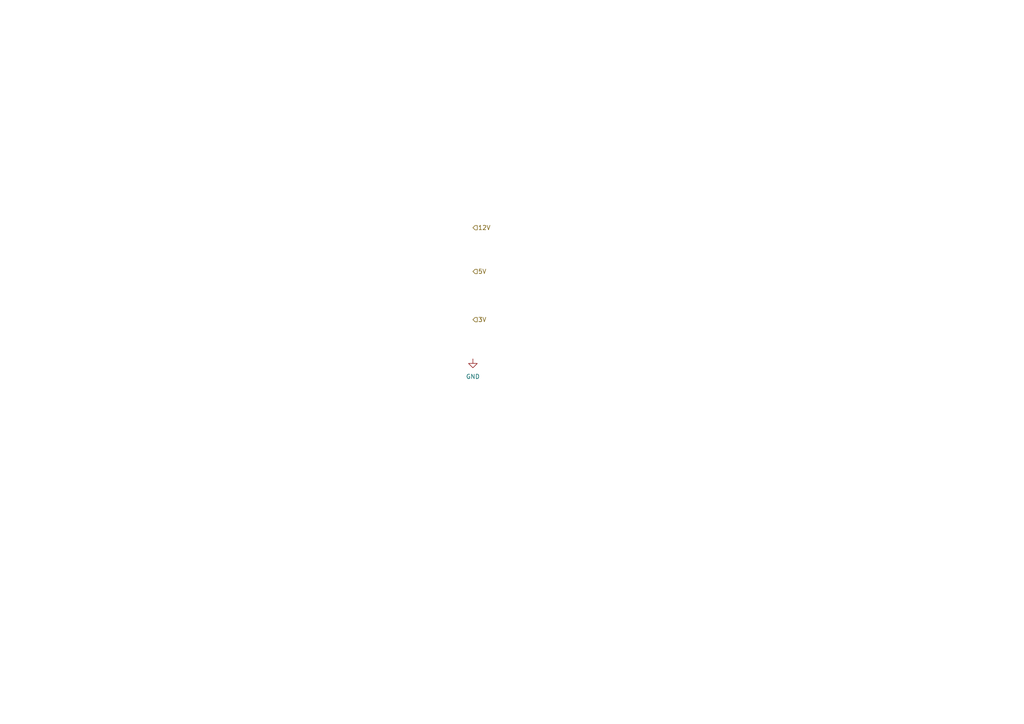
<source format=kicad_sch>
(kicad_sch (version 20250114) (generator "eeschema") (generator_version "9.0")
  (paper "A4")
  (title_block (title "ROAMR motor control board") (date "2026-01-19") (rev "1.0"))
  (lib_symbols
    (symbol "power:GND" (power) (pin_numbers (hide yes)) (pin_names (offset 0) (hide yes))
      (property "Value" "GND" (at 0 -3.81 0))
      (symbol "GND_0_1"
        (polyline (pts (xy 0 0) (xy 0 -1.27) (xy 1.27 -1.27) (xy 0 -2.54) (xy -1.27 -1.27) (xy 0 -1.27)))
      )
      (symbol "GND_1_1"
        (pin power_in line (at 0 0 270) (length 0) (name "~") (number "1"))
      )
    )
  )
  (hierarchical_label "12V" (shape input) (at 137.16 66.04 0))
  (hierarchical_label "3V" (shape input) (at 137.16 92.71 0))
  (hierarchical_label "5V" (shape input) (at 137.16 78.74 0))
  (symbol (lib_id "power:GND") (at 137.16 104.14 0) (unit 1)
    (property "Reference" "#PWR04" (effects (hide yes)))
    (property "Value" "GND" (at 137.16 109.22 0))
    (property "Description" "Power symbol creates a global label with name \"GND\" , ground" (effects (hide yes)))
  )
)
</source>
